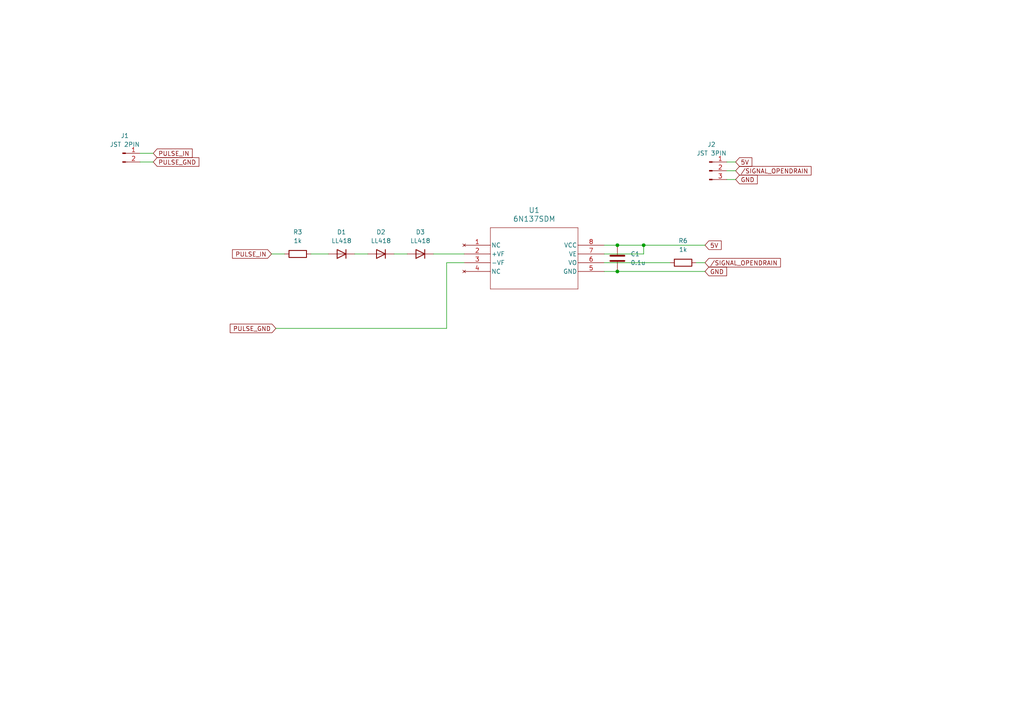
<source format=kicad_sch>
(kicad_sch (version 20230121) (generator eeschema)
  (paper "A4")
  (lib_symbols
    (symbol "Connector:Conn_01x02_Pin" (pin_names (offset 1.016) hide)
      (property "Reference" "J" (at 0 2.54 0))
      (property "Value" "Conn_01x02_Pin" (at 0 -5.08 0))
      (symbol "Conn_01x02_Pin_1_1"
        (polyline (pts (xy 1.27 -2.54) (xy 0.8636 -2.54)) (stroke (width 0.1524)))
        (polyline (pts (xy 1.27 0) (xy 0.8636 0)) (stroke (width 0.1524)))
        (rectangle (start 0.8636 -2.413) (end 0 -2.667) (stroke (width 0.1524)) (fill (type outline)))
        (rectangle (start 0.8636 0.127) (end 0 -0.127) (stroke (width 0.1524)) (fill (type outline)))
        (pin passive line (at 5.08 0 180) (length 3.81) (name "Pin_1") (number "1"))
        (pin passive line (at 5.08 -2.54 180) (length 3.81) (name "Pin_2") (number "2"))
      )
    )
    (symbol "Connector:Conn_01x03_Pin" (pin_names (offset 1.016) hide)
      (property "Reference" "J" (at 0 5.08 0))
      (property "Value" "Conn_01x03_Pin" (at 0 -5.08 0))
      (symbol "Conn_01x03_Pin_1_1"
        (polyline (pts (xy 1.27 -2.54) (xy 0.8636 -2.54)) (stroke (width 0.1524)))
        (polyline (pts (xy 1.27 0) (xy 0.8636 0)) (stroke (width 0.1524)))
        (polyline (pts (xy 1.27 2.54) (xy 0.8636 2.54)) (stroke (width 0.1524)))
        (rectangle (start 0.8636 -2.413) (end 0 -2.667) (stroke (width 0.1524)) (fill (type outline)))
        (rectangle (start 0.8636 0.127) (end 0 -0.127) (stroke (width 0.1524)) (fill (type outline)))
        (rectangle (start 0.8636 2.667) (end 0 2.413) (stroke (width 0.1524)) (fill (type outline)))
        (pin passive line (at 5.08 2.54 180) (length 3.81) (name "Pin_1") (number "1"))
        (pin passive line (at 5.08 0 180) (length 3.81) (name "Pin_2") (number "2"))
        (pin passive line (at 5.08 -2.54 180) (length 3.81) (name "Pin_3") (number "3"))
      )
    )
    (symbol "Device:C" (pin_numbers hide) (pin_names (offset 0.254))
      (property "Reference" "C" (at 0.635 2.54 0))
      (property "Value" "C" (at 0.635 -2.54 0))
      (symbol "C_0_1"
        (polyline (pts (xy -2.032 -0.762) (xy 2.032 -0.762)) (stroke (width 0.508)))
        (polyline (pts (xy -2.032 0.762) (xy 2.032 0.762)) (stroke (width 0.508)))
      )
      (symbol "C_1_1"
        (pin passive line (at 0 3.81 270) (length 2.794) (name "~") (number "1"))
        (pin passive line (at 0 -3.81 90) (length 2.794) (name "~") (number "2"))
      )
    )
    (symbol "Device:D" (pin_numbers hide) (pin_names (offset 1.016) hide)
      (property "Reference" "D" (at 0 2.54 0))
      (property "Value" "D" (at 0 -2.54 0))
      (symbol "D_0_1"
        (polyline (pts (xy -1.27 1.27) (xy -1.27 -1.27)) (stroke (width 0.254)))
        (polyline (pts (xy 1.27 0) (xy -1.27 0)))
        (polyline (pts (xy 1.27 1.27) (xy 1.27 -1.27) (xy -1.27 0) (xy 1.27 1.27)) (stroke (width 0.254)))
      )
      (symbol "D_1_1"
        (pin passive line (at -3.81 0 0) (length 2.54) (name "K") (number "1"))
        (pin passive line (at 3.81 0 180) (length 2.54) (name "A") (number "2"))
      )
    )
    (symbol "Device:R" (pin_numbers hide) (pin_names (offset 0))
      (property "Reference" "R" (at 2.032 0 90))
      (property "Value" "R" (at 0 0 90))
      (symbol "R_0_1"
        (rectangle (start -1.016 -2.54) (end 1.016 2.54) (stroke (width 0.254)))
      )
      (symbol "R_1_1"
        (pin passive line (at 0 3.81 270) (length 1.27) (name "~") (number "1"))
        (pin passive line (at 0 -3.81 90) (length 1.27) (name "~") (number "2"))
      )
    )
    (symbol "MainLib:6N137SDM" (pin_names (offset 0.254))
      (property "Reference" "U" (at 20.32 10.16 0))
      (property "Value" "6N137SDM" (at 20.32 7.62 0))
      (symbol "6N137SDM_1_1"
        (polyline (pts (xy 7.62 -12.7) (xy 33.02 -12.7)) (stroke (width 0.127)))
        (polyline (pts (xy 7.62 5.08) (xy 7.62 -12.7)) (stroke (width 0.127)))
        (polyline (pts (xy 33.02 -12.7) (xy 33.02 5.08)) (stroke (width 0.127)))
        (polyline (pts (xy 33.02 5.08) (xy 7.62 5.08)) (stroke (width 0.127)))
        (pin no_connect line (at 0 0 0) (length 7.62) (name "NC") (number "1"))
        (pin power_in line (at 0 -2.54 0) (length 7.62) (name "+VF") (number "2"))
        (pin power_in line (at 0 -5.08 0) (length 7.62) (name "-VF") (number "3"))
        (pin no_connect line (at 0 -7.62 0) (length 7.62) (name "NC") (number "4"))
        (pin power_out line (at 40.64 -7.62 180) (length 7.62) (name "GND") (number "5"))
        (pin power_in line (at 40.64 -5.08 180) (length 7.62) (name "VO") (number "6"))
        (pin power_in line (at 40.64 -2.54 180) (length 7.62) (name "VE") (number "7"))
        (pin power_in line (at 40.64 0 180) (length 7.62) (name "VCC") (number "8"))
      )
    )
  )
  (junction (at 179.07 71.12))
  (junction (at 186.69 71.12))
  (junction (at 179.07 78.74))
  (wire (pts (xy 210.82 52.07) (xy 213.36 52.07)))
  (wire (pts (xy 80.01 95.25) (xy 129.54 95.25)))
  (wire (pts (xy 102.87 73.66) (xy 106.68 73.66)))
  (wire (pts (xy 125.73 73.66) (xy 134.62 73.66)))
  (wire (pts (xy 114.3 73.66) (xy 118.11 73.66)))
  (wire (pts (xy 186.69 73.66) (xy 186.69 71.12)))
  (wire (pts (xy 175.26 73.66) (xy 186.69 73.66)))
  (wire (pts (xy 134.62 76.2) (xy 129.54 76.2)))
  (wire (pts (xy 78.74 73.66) (xy 82.55 73.66)))
  (wire (pts (xy 186.69 71.12) (xy 204.47 71.12)))
  (wire (pts (xy 179.07 71.12) (xy 186.69 71.12)))
  (wire (pts (xy 175.26 71.12) (xy 179.07 71.12)))
  (wire (pts (xy 179.07 78.74) (xy 204.47 78.74)))
  (wire (pts (xy 90.17 73.66) (xy 95.25 73.66)))
  (wire (pts (xy 129.54 76.2) (xy 129.54 95.25)))
  (wire (pts (xy 40.64 44.45) (xy 44.45 44.45)))
  (wire (pts (xy 175.26 78.74) (xy 179.07 78.74)))
  (wire (pts (xy 210.82 49.53) (xy 213.36 49.53)))
  (wire (pts (xy 175.26 76.2) (xy 194.31 76.2)))
  (wire (pts (xy 210.82 46.99) (xy 213.36 46.99)))
  (wire (pts (xy 201.93 76.2) (xy 204.47 76.2)))
  (wire (pts (xy 40.64 46.99) (xy 44.45 46.99)))
  (global_label "5V" (shape input) (at 204.47 71.12 0) (property "Intersheetrefs" "${INTERSHEET_REFS}" (effects hide)))
  (global_label "PULSE_IN" (shape input) (at 44.45 44.45 0) (property "Intersheetrefs" "${INTERSHEET_REFS}" (effects hide)))
  (global_label "5V" (shape input) (at 213.36 46.99 0) (property "Intersheetrefs" "${INTERSHEET_REFS}" (effects hide)))
  (global_label "PULSE_GND" (shape input) (at 44.45 46.99 0) (property "Intersheetrefs" "${INTERSHEET_REFS}" (effects hide)))
  (global_label "{slash}SIGNAL_OPENDRAIN" (shape input) (at 204.47 76.2 0) (property "Intersheetrefs" "${INTERSHEET_REFS}" (effects hide)))
  (global_label "GND" (shape input) (at 213.36 52.07 0) (property "Intersheetrefs" "${INTERSHEET_REFS}" (effects hide)))
  (global_label "GND" (shape input) (at 204.47 78.74 0) (property "Intersheetrefs" "${INTERSHEET_REFS}" (effects hide)))
  (global_label "{slash}SIGNAL_OPENDRAIN" (shape input) (at 213.36 49.53 0) (property "Intersheetrefs" "${INTERSHEET_REFS}" (effects hide)))
  (global_label "PULSE_GND" (shape input) (at 80.01 95.25 180) (property "Intersheetrefs" "${INTERSHEET_REFS}" (effects hide)))
  (global_label "PULSE_IN" (shape input) (at 78.74 73.66 180) (property "Intersheetrefs" "${INTERSHEET_REFS}" (effects hide)))
  (symbol (lib_id "Device:C") (at 179.07 74.93 0) (unit 1)
    (property "Reference" "C1" (at 182.88 73.66 0) (effects (justify left)))
    (property "Value" "0.1u" (at 182.88 76.2 0) (effects (justify left)))
    (property "Footprint" "Capacitor_SMD:C_1206_3216Metric_Pad1.33x1.80mm_HandSolder" (effects hide))
  )
  (symbol (lib_id "Device:R") (at 86.36 73.66 90) (unit 1)
    (property "Reference" "R3" (at 86.36 67.31 90))
    (property "Value" "1k" (at 86.36 69.85 90))
    (property "Footprint" "Resistor_SMD:R_1206_3216Metric_Pad1.30x1.75mm_HandSolder" (effects hide))
  )
  (symbol (lib_id "MainLib:6N137SDM") (at 134.62 71.12 0) (unit 1)
    (property "Reference" "U1" (at 154.94 60.96 0) (effects (font (size 1.524 1.524))))
    (property "Value" "6N137SDM" (at 154.94 63.5 0) (effects (font (size 1.524 1.524))))
    (property "Footprint" "MainLib:SMT_6N137_OSI-M" (effects hide))
    (property "Datasheet" "6N137SDM" (effects hide))
  )
  (symbol (lib_id "Device:D") (at 99.06 73.66 180) (unit 1)
    (property "Reference" "D1" (at 99.06 67.31 0))
    (property "Value" "LL418" (at 99.06 69.85 0))
    (property "Footprint" "Diode_SMD:D_MiniMELF_Handsoldering" (effects hide))
    (property "Sim.Device" "D" (effects hide))
    (property "Sim.Pins" "1=K 2=A" (effects hide))
  )
  (symbol (lib_id "Connector:Conn_01x03_Pin") (at 205.74 49.53 0) (unit 1)
    (property "Reference" "J2" (at 206.375 41.91 0))
    (property "Value" "JST 3PIN" (at 206.375 44.45 0))
    (property "Footprint" "Connector_JST:JST_EH_B3B-EH-A_1x03_P2.50mm_Vertical" (effects hide))
  )
  (symbol (lib_id "Device:D") (at 110.49 73.66 180) (unit 1)
    (property "Reference" "D2" (at 110.49 67.31 0))
    (property "Value" "LL418" (at 110.49 69.85 0))
    (property "Footprint" "Diode_SMD:D_MiniMELF_Handsoldering" (effects hide))
    (property "Sim.Device" "D" (effects hide))
    (property "Sim.Pins" "1=K 2=A" (effects hide))
  )
  (symbol (lib_id "Connector:Conn_01x02_Pin") (at 35.56 44.45 0) (unit 1)
    (property "Reference" "J1" (at 36.195 39.37 0))
    (property "Value" "JST 2PIN" (at 36.195 41.91 0))
    (property "Footprint" "Connector_JST:JST_EH_B2B-EH-A_1x02_P2.50mm_Vertical" (effects hide))
  )
  (symbol (lib_id "Device:R") (at 198.12 76.2 90) (unit 1)
    (property "Reference" "R6" (at 198.12 69.85 90))
    (property "Value" "1k" (at 198.12 72.39 90))
    (property "Footprint" "Resistor_SMD:R_1206_3216Metric_Pad1.30x1.75mm_HandSolder" (effects hide))
  )
  (symbol (lib_id "Device:D") (at 121.92 73.66 180) (unit 1)
    (property "Reference" "D3" (at 121.92 67.31 0))
    (property "Value" "LL418" (at 121.92 69.85 0))
    (property "Footprint" "Diode_SMD:D_MiniMELF_Handsoldering" (effects hide))
    (property "Sim.Device" "D" (effects hide))
    (property "Sim.Pins" "1=K 2=A" (effects hide))
  )
)
</source>
